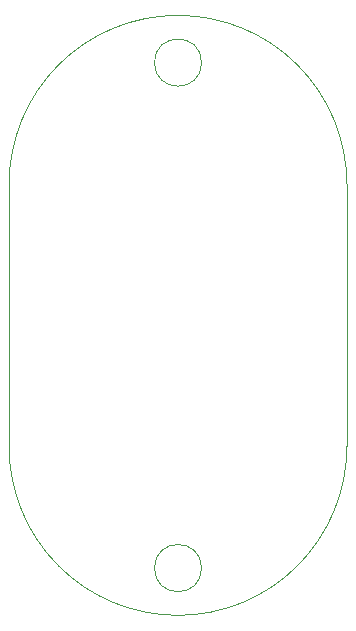
<source format=gko>
G04 (created by PCBNEW (2013-07-07 BZR 4022)-stable) date 6/10/2015 11:43:32 PM*
%MOIN*%
G04 Gerber Fmt 3.4, Leading zero omitted, Abs format*
%FSLAX34Y34*%
G01*
G70*
G90*
G04 APERTURE LIST*
%ADD10C,0.00590551*%
%ADD11C,0.00393701*%
G04 APERTURE END LIST*
G54D10*
G54D11*
X58305Y-41474D02*
G75*
G03X58305Y-41474I-787J0D01*
G74*
G01*
X58305Y-24624D02*
G75*
G03X58305Y-24624I-787J0D01*
G74*
G01*
X51887Y-37419D02*
G75*
G03X57517Y-43049I5629J0D01*
G74*
G01*
X57517Y-43049D02*
G75*
G03X63147Y-37419I0J5629D01*
G74*
G01*
X63147Y-28679D02*
G75*
G03X57517Y-23049I-5629J0D01*
G74*
G01*
X57517Y-23049D02*
G75*
G03X51887Y-28679I0J-5629D01*
G74*
G01*
X51887Y-28679D02*
X51887Y-37419D01*
X63147Y-28679D02*
X63147Y-37419D01*
M02*

</source>
